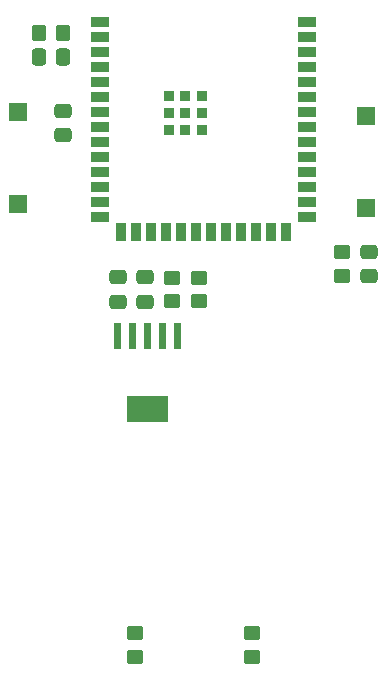
<source format=gbr>
%TF.GenerationSoftware,KiCad,Pcbnew,(6.0.7)*%
%TF.CreationDate,2023-04-15T21:03:17+02:00*%
%TF.ProjectId,sensor board,73656e73-6f72-4206-926f-6172642e6b69,rev?*%
%TF.SameCoordinates,Original*%
%TF.FileFunction,Paste,Top*%
%TF.FilePolarity,Positive*%
%FSLAX46Y46*%
G04 Gerber Fmt 4.6, Leading zero omitted, Abs format (unit mm)*
G04 Created by KiCad (PCBNEW (6.0.7)) date 2023-04-15 21:03:17*
%MOMM*%
%LPD*%
G01*
G04 APERTURE LIST*
G04 Aperture macros list*
%AMRoundRect*
0 Rectangle with rounded corners*
0 $1 Rounding radius*
0 $2 $3 $4 $5 $6 $7 $8 $9 X,Y pos of 4 corners*
0 Add a 4 corners polygon primitive as box body*
4,1,4,$2,$3,$4,$5,$6,$7,$8,$9,$2,$3,0*
0 Add four circle primitives for the rounded corners*
1,1,$1+$1,$2,$3*
1,1,$1+$1,$4,$5*
1,1,$1+$1,$6,$7*
1,1,$1+$1,$8,$9*
0 Add four rect primitives between the rounded corners*
20,1,$1+$1,$2,$3,$4,$5,0*
20,1,$1+$1,$4,$5,$6,$7,0*
20,1,$1+$1,$6,$7,$8,$9,0*
20,1,$1+$1,$8,$9,$2,$3,0*%
G04 Aperture macros list end*
%ADD10C,0.010000*%
%ADD11RoundRect,0.250000X-0.450000X0.350000X-0.450000X-0.350000X0.450000X-0.350000X0.450000X0.350000X0*%
%ADD12RoundRect,0.250000X-0.475000X0.337500X-0.475000X-0.337500X0.475000X-0.337500X0.475000X0.337500X0*%
%ADD13RoundRect,0.250000X0.350000X0.450000X-0.350000X0.450000X-0.350000X-0.450000X0.350000X-0.450000X0*%
%ADD14R,1.500000X0.900000*%
%ADD15R,0.900000X1.500000*%
%ADD16R,0.900000X0.900000*%
%ADD17RoundRect,0.250000X0.450000X-0.350000X0.450000X0.350000X-0.450000X0.350000X-0.450000X-0.350000X0*%
%ADD18RoundRect,0.250000X0.475000X-0.337500X0.475000X0.337500X-0.475000X0.337500X-0.475000X-0.337500X0*%
%ADD19R,1.500000X1.500000*%
%ADD20RoundRect,0.250000X0.337500X0.475000X-0.337500X0.475000X-0.337500X-0.475000X0.337500X-0.475000X0*%
G04 APERTURE END LIST*
%TO.C,VR1*%
G36*
X96975000Y-122285000D02*
G01*
X93525000Y-122285000D01*
X93525000Y-120135000D01*
X96975000Y-120135000D01*
X96975000Y-122285000D01*
G37*
D10*
X96975000Y-122285000D02*
X93525000Y-122285000D01*
X93525000Y-120135000D01*
X96975000Y-120135000D01*
X96975000Y-122285000D01*
G36*
X94255000Y-116085000D02*
G01*
X93705000Y-116085000D01*
X93705000Y-113935000D01*
X94255000Y-113935000D01*
X94255000Y-116085000D01*
G37*
X94255000Y-116085000D02*
X93705000Y-116085000D01*
X93705000Y-113935000D01*
X94255000Y-113935000D01*
X94255000Y-116085000D01*
G36*
X96795000Y-116085000D02*
G01*
X96245000Y-116085000D01*
X96245000Y-113935000D01*
X96795000Y-113935000D01*
X96795000Y-116085000D01*
G37*
X96795000Y-116085000D02*
X96245000Y-116085000D01*
X96245000Y-113935000D01*
X96795000Y-113935000D01*
X96795000Y-116085000D01*
G36*
X95525000Y-116085000D02*
G01*
X94975000Y-116085000D01*
X94975000Y-113935000D01*
X95525000Y-113935000D01*
X95525000Y-116085000D01*
G37*
X95525000Y-116085000D02*
X94975000Y-116085000D01*
X94975000Y-113935000D01*
X95525000Y-113935000D01*
X95525000Y-116085000D01*
G36*
X92985000Y-116085000D02*
G01*
X92435000Y-116085000D01*
X92435000Y-113935000D01*
X92985000Y-113935000D01*
X92985000Y-116085000D01*
G37*
X92985000Y-116085000D02*
X92435000Y-116085000D01*
X92435000Y-113935000D01*
X92985000Y-113935000D01*
X92985000Y-116085000D01*
G36*
X98065000Y-116085000D02*
G01*
X97515000Y-116085000D01*
X97515000Y-113935000D01*
X98065000Y-113935000D01*
X98065000Y-116085000D01*
G37*
X98065000Y-116085000D02*
X97515000Y-116085000D01*
X97515000Y-113935000D01*
X98065000Y-113935000D01*
X98065000Y-116085000D01*
%TD*%
D11*
%TO.C,R9*%
X99605500Y-110144000D03*
X99605500Y-112144000D03*
%TD*%
D12*
%TO.C,C2*%
X114010000Y-107950000D03*
X114010000Y-110025000D03*
%TD*%
D13*
%TO.C,R2*%
X88122000Y-89408000D03*
X86122000Y-89408000D03*
%TD*%
D14*
%TO.C,U1*%
X91250000Y-88466000D03*
X91250000Y-89736000D03*
X91250000Y-91006000D03*
X91250000Y-92276000D03*
X91250000Y-93546000D03*
X91250000Y-94816000D03*
X91250000Y-96086000D03*
X91250000Y-97356000D03*
X91250000Y-98626000D03*
X91250000Y-99896000D03*
X91250000Y-101166000D03*
X91250000Y-102436000D03*
X91250000Y-103706000D03*
X91250000Y-104976000D03*
D15*
X93015000Y-106226000D03*
X94285000Y-106226000D03*
X95555000Y-106226000D03*
X96825000Y-106226000D03*
X98095000Y-106226000D03*
X99365000Y-106226000D03*
X100635000Y-106226000D03*
X101905000Y-106226000D03*
X103175000Y-106226000D03*
X104445000Y-106226000D03*
X105715000Y-106226000D03*
X106985000Y-106226000D03*
D14*
X108750000Y-104976000D03*
X108750000Y-103706000D03*
X108750000Y-102436000D03*
X108750000Y-101166000D03*
X108750000Y-99896000D03*
X108750000Y-98626000D03*
X108750000Y-97356000D03*
X108750000Y-96086000D03*
X108750000Y-94816000D03*
X108750000Y-93546000D03*
X108750000Y-92276000D03*
X108750000Y-91006000D03*
X108750000Y-89736000D03*
X108750000Y-88466000D03*
D16*
X98500000Y-96186000D03*
X97100000Y-96186000D03*
X99900000Y-96186000D03*
X97100000Y-97586000D03*
X98500000Y-97586000D03*
X99900000Y-97586000D03*
X97100000Y-94786000D03*
X98500000Y-94786000D03*
X99900000Y-94786000D03*
%TD*%
D17*
%TO.C,R1*%
X111724000Y-109987500D03*
X111724000Y-107987500D03*
%TD*%
D18*
%TO.C,C4*%
X95033500Y-112181500D03*
X95033500Y-110106500D03*
%TD*%
D19*
%TO.C,SW1*%
X113792000Y-104230000D03*
X113792000Y-96430000D03*
%TD*%
%TO.C,SW2*%
X84328000Y-103900000D03*
X84328000Y-96100000D03*
%TD*%
D11*
%TO.C,R6*%
X94234000Y-140224000D03*
X94234000Y-142224000D03*
%TD*%
%TO.C,R7*%
X104140000Y-140224000D03*
X104140000Y-142224000D03*
%TD*%
D12*
%TO.C,C3*%
X88138000Y-95990500D03*
X88138000Y-98065500D03*
%TD*%
D17*
%TO.C,R8*%
X97319500Y-112144000D03*
X97319500Y-110144000D03*
%TD*%
D18*
%TO.C,C5*%
X92747500Y-112181500D03*
X92747500Y-110106500D03*
%TD*%
D20*
%TO.C,C1*%
X88159500Y-91440000D03*
X86084500Y-91440000D03*
%TD*%
M02*

</source>
